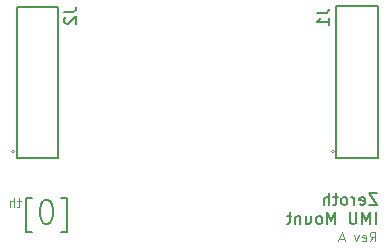
<source format=gbo>
G04 #@! TF.GenerationSoftware,KiCad,Pcbnew,7.0.5-0*
G04 #@! TF.CreationDate,2024-11-07T14:34:30-08:00*
G04 #@! TF.ProjectId,IMU Mount,494d5520-4d6f-4756-9e74-2e6b69636164,rev?*
G04 #@! TF.SameCoordinates,PX5f5e100PY5f5e100*
G04 #@! TF.FileFunction,Legend,Bot*
G04 #@! TF.FilePolarity,Positive*
%FSLAX46Y46*%
G04 Gerber Fmt 4.6, Leading zero omitted, Abs format (unit mm)*
G04 Created by KiCad (PCBNEW 7.0.5-0) date 2024-11-07 14:34:30*
%MOMM*%
%LPD*%
G01*
G04 APERTURE LIST*
%ADD10C,0.200000*%
%ADD11C,0.100000*%
%ADD12C,0.150000*%
%ADD13C,0.152400*%
%ADD14C,0.059995*%
G04 APERTURE END LIST*
D10*
X4820802Y8888496D02*
X5296993Y8888496D01*
X5296993Y8888496D02*
X5296993Y11745639D01*
X5296993Y11745639D02*
X4820802Y11745639D01*
X3677946Y11555162D02*
X3487469Y11555162D01*
X3487469Y11555162D02*
X3296993Y11459924D01*
X3296993Y11459924D02*
X3201755Y11364686D01*
X3201755Y11364686D02*
X3106517Y11174210D01*
X3106517Y11174210D02*
X3011279Y10793258D01*
X3011279Y10793258D02*
X3011279Y10317067D01*
X3011279Y10317067D02*
X3106517Y9936115D01*
X3106517Y9936115D02*
X3201755Y9745639D01*
X3201755Y9745639D02*
X3296993Y9650400D01*
X3296993Y9650400D02*
X3487469Y9555162D01*
X3487469Y9555162D02*
X3677946Y9555162D01*
X3677946Y9555162D02*
X3868422Y9650400D01*
X3868422Y9650400D02*
X3963660Y9745639D01*
X3963660Y9745639D02*
X4058898Y9936115D01*
X4058898Y9936115D02*
X4154136Y10317067D01*
X4154136Y10317067D02*
X4154136Y10793258D01*
X4154136Y10793258D02*
X4058898Y11174210D01*
X4058898Y11174210D02*
X3963660Y11364686D01*
X3963660Y11364686D02*
X3868422Y11459924D01*
X3868422Y11459924D02*
X3677946Y11555162D01*
X2344612Y8888496D02*
X1868422Y8888496D01*
X1868422Y8888496D02*
X1868422Y11745639D01*
X1868422Y11745639D02*
X2344612Y11745639D01*
D11*
X30986591Y8053105D02*
X31253258Y8434058D01*
X31443734Y8053105D02*
X31443734Y8853105D01*
X31443734Y8853105D02*
X31138972Y8853105D01*
X31138972Y8853105D02*
X31062782Y8815010D01*
X31062782Y8815010D02*
X31024687Y8776915D01*
X31024687Y8776915D02*
X30986591Y8700724D01*
X30986591Y8700724D02*
X30986591Y8586439D01*
X30986591Y8586439D02*
X31024687Y8510248D01*
X31024687Y8510248D02*
X31062782Y8472153D01*
X31062782Y8472153D02*
X31138972Y8434058D01*
X31138972Y8434058D02*
X31443734Y8434058D01*
X30338972Y8091200D02*
X30415163Y8053105D01*
X30415163Y8053105D02*
X30567544Y8053105D01*
X30567544Y8053105D02*
X30643734Y8091200D01*
X30643734Y8091200D02*
X30681830Y8167391D01*
X30681830Y8167391D02*
X30681830Y8472153D01*
X30681830Y8472153D02*
X30643734Y8548343D01*
X30643734Y8548343D02*
X30567544Y8586439D01*
X30567544Y8586439D02*
X30415163Y8586439D01*
X30415163Y8586439D02*
X30338972Y8548343D01*
X30338972Y8548343D02*
X30300877Y8472153D01*
X30300877Y8472153D02*
X30300877Y8395962D01*
X30300877Y8395962D02*
X30681830Y8319772D01*
X30034211Y8586439D02*
X29843735Y8053105D01*
X29843735Y8053105D02*
X29653258Y8586439D01*
X28777068Y8281677D02*
X28396115Y8281677D01*
X28853258Y8053105D02*
X28586591Y8853105D01*
X28586591Y8853105D02*
X28319925Y8053105D01*
D12*
X31558458Y12140181D02*
X30891792Y12140181D01*
X30891792Y12140181D02*
X31558458Y11140181D01*
X31558458Y11140181D02*
X30891792Y11140181D01*
X30129887Y11187800D02*
X30225125Y11140181D01*
X30225125Y11140181D02*
X30415601Y11140181D01*
X30415601Y11140181D02*
X30510839Y11187800D01*
X30510839Y11187800D02*
X30558458Y11283039D01*
X30558458Y11283039D02*
X30558458Y11663991D01*
X30558458Y11663991D02*
X30510839Y11759229D01*
X30510839Y11759229D02*
X30415601Y11806848D01*
X30415601Y11806848D02*
X30225125Y11806848D01*
X30225125Y11806848D02*
X30129887Y11759229D01*
X30129887Y11759229D02*
X30082268Y11663991D01*
X30082268Y11663991D02*
X30082268Y11568753D01*
X30082268Y11568753D02*
X30558458Y11473515D01*
X29653696Y11140181D02*
X29653696Y11806848D01*
X29653696Y11616372D02*
X29606077Y11711610D01*
X29606077Y11711610D02*
X29558458Y11759229D01*
X29558458Y11759229D02*
X29463220Y11806848D01*
X29463220Y11806848D02*
X29367982Y11806848D01*
X28891791Y11140181D02*
X28987029Y11187800D01*
X28987029Y11187800D02*
X29034648Y11235420D01*
X29034648Y11235420D02*
X29082267Y11330658D01*
X29082267Y11330658D02*
X29082267Y11616372D01*
X29082267Y11616372D02*
X29034648Y11711610D01*
X29034648Y11711610D02*
X28987029Y11759229D01*
X28987029Y11759229D02*
X28891791Y11806848D01*
X28891791Y11806848D02*
X28748934Y11806848D01*
X28748934Y11806848D02*
X28653696Y11759229D01*
X28653696Y11759229D02*
X28606077Y11711610D01*
X28606077Y11711610D02*
X28558458Y11616372D01*
X28558458Y11616372D02*
X28558458Y11330658D01*
X28558458Y11330658D02*
X28606077Y11235420D01*
X28606077Y11235420D02*
X28653696Y11187800D01*
X28653696Y11187800D02*
X28748934Y11140181D01*
X28748934Y11140181D02*
X28891791Y11140181D01*
X28272743Y11806848D02*
X27891791Y11806848D01*
X28129886Y12140181D02*
X28129886Y11283039D01*
X28129886Y11283039D02*
X28082267Y11187800D01*
X28082267Y11187800D02*
X27987029Y11140181D01*
X27987029Y11140181D02*
X27891791Y11140181D01*
X27558457Y11140181D02*
X27558457Y12140181D01*
X27129886Y11140181D02*
X27129886Y11663991D01*
X27129886Y11663991D02*
X27177505Y11759229D01*
X27177505Y11759229D02*
X27272743Y11806848D01*
X27272743Y11806848D02*
X27415600Y11806848D01*
X27415600Y11806848D02*
X27510838Y11759229D01*
X27510838Y11759229D02*
X27558457Y11711610D01*
X31463220Y9530181D02*
X31463220Y10530181D01*
X30987030Y9530181D02*
X30987030Y10530181D01*
X30987030Y10530181D02*
X30653697Y9815896D01*
X30653697Y9815896D02*
X30320364Y10530181D01*
X30320364Y10530181D02*
X30320364Y9530181D01*
X29844173Y10530181D02*
X29844173Y9720658D01*
X29844173Y9720658D02*
X29796554Y9625420D01*
X29796554Y9625420D02*
X29748935Y9577800D01*
X29748935Y9577800D02*
X29653697Y9530181D01*
X29653697Y9530181D02*
X29463221Y9530181D01*
X29463221Y9530181D02*
X29367983Y9577800D01*
X29367983Y9577800D02*
X29320364Y9625420D01*
X29320364Y9625420D02*
X29272745Y9720658D01*
X29272745Y9720658D02*
X29272745Y10530181D01*
X28034649Y9530181D02*
X28034649Y10530181D01*
X28034649Y10530181D02*
X27701316Y9815896D01*
X27701316Y9815896D02*
X27367983Y10530181D01*
X27367983Y10530181D02*
X27367983Y9530181D01*
X26748935Y9530181D02*
X26844173Y9577800D01*
X26844173Y9577800D02*
X26891792Y9625420D01*
X26891792Y9625420D02*
X26939411Y9720658D01*
X26939411Y9720658D02*
X26939411Y10006372D01*
X26939411Y10006372D02*
X26891792Y10101610D01*
X26891792Y10101610D02*
X26844173Y10149229D01*
X26844173Y10149229D02*
X26748935Y10196848D01*
X26748935Y10196848D02*
X26606078Y10196848D01*
X26606078Y10196848D02*
X26510840Y10149229D01*
X26510840Y10149229D02*
X26463221Y10101610D01*
X26463221Y10101610D02*
X26415602Y10006372D01*
X26415602Y10006372D02*
X26415602Y9720658D01*
X26415602Y9720658D02*
X26463221Y9625420D01*
X26463221Y9625420D02*
X26510840Y9577800D01*
X26510840Y9577800D02*
X26606078Y9530181D01*
X26606078Y9530181D02*
X26748935Y9530181D01*
X25558459Y10196848D02*
X25558459Y9530181D01*
X25987030Y10196848D02*
X25987030Y9673039D01*
X25987030Y9673039D02*
X25939411Y9577800D01*
X25939411Y9577800D02*
X25844173Y9530181D01*
X25844173Y9530181D02*
X25701316Y9530181D01*
X25701316Y9530181D02*
X25606078Y9577800D01*
X25606078Y9577800D02*
X25558459Y9625420D01*
X25082268Y10196848D02*
X25082268Y9530181D01*
X25082268Y10101610D02*
X25034649Y10149229D01*
X25034649Y10149229D02*
X24939411Y10196848D01*
X24939411Y10196848D02*
X24796554Y10196848D01*
X24796554Y10196848D02*
X24701316Y10149229D01*
X24701316Y10149229D02*
X24653697Y10053991D01*
X24653697Y10053991D02*
X24653697Y9530181D01*
X24320363Y10196848D02*
X23939411Y10196848D01*
X24177506Y10530181D02*
X24177506Y9673039D01*
X24177506Y9673039D02*
X24129887Y9577800D01*
X24129887Y9577800D02*
X24034649Y9530181D01*
X24034649Y9530181D02*
X23939411Y9530181D01*
D11*
X1408020Y11486439D02*
X1103258Y11486439D01*
X1293734Y11753105D02*
X1293734Y11067391D01*
X1293734Y11067391D02*
X1255639Y10991200D01*
X1255639Y10991200D02*
X1179449Y10953105D01*
X1179449Y10953105D02*
X1103258Y10953105D01*
X836591Y10953105D02*
X836591Y11753105D01*
X493734Y10953105D02*
X493734Y11372153D01*
X493734Y11372153D02*
X531829Y11448343D01*
X531829Y11448343D02*
X608020Y11486439D01*
X608020Y11486439D02*
X722306Y11486439D01*
X722306Y11486439D02*
X798496Y11448343D01*
X798496Y11448343D02*
X836591Y11410248D01*
D12*
X26504819Y27383334D02*
X27219104Y27383334D01*
X27219104Y27383334D02*
X27361961Y27430953D01*
X27361961Y27430953D02*
X27457200Y27526191D01*
X27457200Y27526191D02*
X27504819Y27669048D01*
X27504819Y27669048D02*
X27504819Y27764286D01*
X27504819Y26383334D02*
X27504819Y26954762D01*
X27504819Y26669048D02*
X26504819Y26669048D01*
X26504819Y26669048D02*
X26647676Y26764286D01*
X26647676Y26764286D02*
X26742914Y26859524D01*
X26742914Y26859524D02*
X26790533Y26954762D01*
X5104819Y27483334D02*
X5819104Y27483334D01*
X5819104Y27483334D02*
X5961961Y27530953D01*
X5961961Y27530953D02*
X6057200Y27626191D01*
X6057200Y27626191D02*
X6104819Y27769048D01*
X6104819Y27769048D02*
X6104819Y27864286D01*
X5200057Y27054762D02*
X5152438Y27007143D01*
X5152438Y27007143D02*
X5104819Y26911905D01*
X5104819Y26911905D02*
X5104819Y26673810D01*
X5104819Y26673810D02*
X5152438Y26578572D01*
X5152438Y26578572D02*
X5200057Y26530953D01*
X5200057Y26530953D02*
X5295295Y26483334D01*
X5295295Y26483334D02*
X5390533Y26483334D01*
X5390533Y26483334D02*
X5533390Y26530953D01*
X5533390Y26530953D02*
X6104819Y27102381D01*
X6104819Y27102381D02*
X6104819Y26483334D01*
D13*
X28088799Y15098781D02*
X31641199Y15098781D01*
X31641199Y15098781D02*
X31641199Y27951181D01*
X28088799Y27951181D02*
X28088799Y15098781D01*
X31641199Y27951181D02*
X28088799Y27951181D01*
D14*
X28194946Y15174981D02*
G75*
G03*
X28194946Y15174981I-29972J0D01*
G01*
D11*
X27959996Y15682982D02*
G75*
G03*
X27959996Y15682982I-127001J0D01*
G01*
D13*
X1058801Y15088798D02*
X4611201Y15088798D01*
X4611201Y15088798D02*
X4611201Y27941198D01*
X1058801Y27941198D02*
X1058801Y15088798D01*
X4611201Y27941198D02*
X1058801Y27941198D01*
D14*
X1164948Y15164998D02*
G75*
G03*
X1164948Y15164998I-29972J0D01*
G01*
D11*
X929998Y15672999D02*
G75*
G03*
X929998Y15672999I-127001J0D01*
G01*
M02*

</source>
